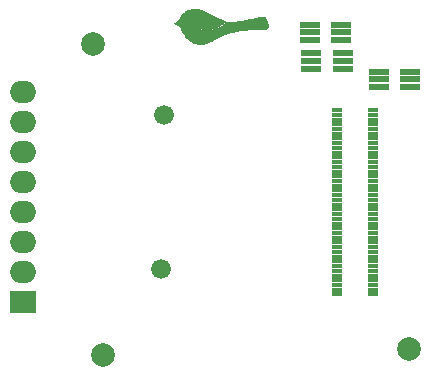
<source format=gts>
G04 #@! TF.FileFunction,Soldermask,Top*
%FSLAX46Y46*%
G04 Gerber Fmt 4.6, Leading zero omitted, Abs format (unit mm)*
G04 Created by KiCad (PCBNEW 4.0.1-stable) date Tuesday, April 12, 2016 'PMt' 11:12:41 PM*
%MOMM*%
G01*
G04 APERTURE LIST*
%ADD10C,0.100000*%
%ADD11C,0.010000*%
%ADD12C,2.000000*%
%ADD13R,0.852400X0.352400*%
%ADD14R,1.653540X0.551180*%
%ADD15R,2.184400X1.879600*%
%ADD16O,2.184400X1.879600*%
%ADD17C,1.676400*%
G04 APERTURE END LIST*
D10*
D11*
G36*
X146141031Y-91623103D02*
X146178866Y-91624878D01*
X146214763Y-91627950D01*
X146250412Y-91632451D01*
X146287499Y-91638512D01*
X146312537Y-91643226D01*
X146349505Y-91650873D01*
X146384770Y-91659056D01*
X146419378Y-91668108D01*
X146454376Y-91678364D01*
X146490809Y-91690156D01*
X146529722Y-91703818D01*
X146572161Y-91719684D01*
X146619173Y-91738088D01*
X146654737Y-91752406D01*
X146701958Y-91771805D01*
X146749898Y-91791943D01*
X146798959Y-91813011D01*
X146849547Y-91835199D01*
X146902066Y-91858695D01*
X146956921Y-91883689D01*
X147014514Y-91910372D01*
X147075251Y-91938932D01*
X147139536Y-91969559D01*
X147207773Y-92002442D01*
X147280365Y-92037772D01*
X147357719Y-92075737D01*
X147440236Y-92116528D01*
X147528323Y-92160333D01*
X147586085Y-92189177D01*
X147667799Y-92229964D01*
X147743732Y-92267698D01*
X147814358Y-92302596D01*
X147880149Y-92334875D01*
X147941577Y-92364752D01*
X147999115Y-92392444D01*
X148053235Y-92418167D01*
X148104409Y-92442138D01*
X148153111Y-92464575D01*
X148199811Y-92485695D01*
X148244982Y-92505714D01*
X148289097Y-92524848D01*
X148332629Y-92543316D01*
X148376049Y-92561334D01*
X148419829Y-92579119D01*
X148464443Y-92596888D01*
X148510363Y-92614857D01*
X148527542Y-92621509D01*
X148551524Y-92630793D01*
X148573788Y-92639455D01*
X148593348Y-92647109D01*
X148609219Y-92653366D01*
X148620414Y-92657840D01*
X148625784Y-92660070D01*
X148635832Y-92664573D01*
X148620698Y-92683849D01*
X148608889Y-92697902D01*
X148592920Y-92715482D01*
X148573921Y-92735449D01*
X148553023Y-92756663D01*
X148531357Y-92777986D01*
X148510055Y-92798277D01*
X148490246Y-92816397D01*
X148481681Y-92823920D01*
X148406102Y-92885039D01*
X148324352Y-92943238D01*
X148236747Y-92998375D01*
X148143601Y-93050306D01*
X148045231Y-93098886D01*
X147941952Y-93143973D01*
X147834079Y-93185422D01*
X147721928Y-93223091D01*
X147605814Y-93256835D01*
X147486054Y-93286510D01*
X147446278Y-93295281D01*
X147387253Y-93307567D01*
X147333414Y-93318013D01*
X147283205Y-93326877D01*
X147235074Y-93334413D01*
X147187469Y-93340877D01*
X147138835Y-93346526D01*
X147128778Y-93347588D01*
X147108732Y-93349185D01*
X147083512Y-93350438D01*
X147054439Y-93351348D01*
X147022833Y-93351913D01*
X146990014Y-93352134D01*
X146957303Y-93352011D01*
X146926020Y-93351543D01*
X146897485Y-93350730D01*
X146873019Y-93349572D01*
X146853941Y-93348069D01*
X146850083Y-93347629D01*
X146779587Y-93336359D01*
X146714668Y-93320777D01*
X146655314Y-93300875D01*
X146601511Y-93276642D01*
X146553246Y-93248071D01*
X146510506Y-93215152D01*
X146473275Y-93177875D01*
X146441542Y-93136233D01*
X146415292Y-93090216D01*
X146395814Y-93043556D01*
X146386564Y-93015336D01*
X146379950Y-92989790D01*
X146375611Y-92964670D01*
X146373189Y-92937726D01*
X146372323Y-92906710D01*
X146372311Y-92896690D01*
X146372506Y-92839783D01*
X146349541Y-92837430D01*
X146326577Y-92835078D01*
X146276819Y-92869010D01*
X146277261Y-92918359D01*
X146281246Y-92976590D01*
X146292027Y-93033341D01*
X146309427Y-93088195D01*
X146333267Y-93140732D01*
X146363369Y-93190536D01*
X146399554Y-93237188D01*
X146424774Y-93264155D01*
X146465410Y-93301000D01*
X146509140Y-93333371D01*
X146556472Y-93361491D01*
X146607911Y-93385584D01*
X146663966Y-93405873D01*
X146725143Y-93422584D01*
X146791948Y-93435938D01*
X146825389Y-93441113D01*
X146846455Y-93443389D01*
X146873303Y-93445185D01*
X146904675Y-93446500D01*
X146939315Y-93447334D01*
X146975966Y-93447688D01*
X147013369Y-93447562D01*
X147050269Y-93446956D01*
X147085407Y-93445870D01*
X147117526Y-93444303D01*
X147145370Y-93442257D01*
X147157000Y-93441088D01*
X147271247Y-93425915D01*
X147386379Y-93406055D01*
X147501524Y-93381770D01*
X147615809Y-93353321D01*
X147728359Y-93320969D01*
X147838303Y-93284975D01*
X147944766Y-93245600D01*
X148046876Y-93203106D01*
X148143760Y-93157754D01*
X148198608Y-93129498D01*
X148281718Y-93082751D01*
X148360658Y-93033631D01*
X148434981Y-92982487D01*
X148504241Y-92929668D01*
X148567993Y-92875522D01*
X148625791Y-92820397D01*
X148677188Y-92764643D01*
X148698880Y-92738480D01*
X148713589Y-92720572D01*
X148724647Y-92708259D01*
X148732321Y-92701267D01*
X148736878Y-92699322D01*
X148737106Y-92699373D01*
X148751682Y-92703012D01*
X148772129Y-92707139D01*
X148797296Y-92711588D01*
X148826029Y-92716193D01*
X148857174Y-92720787D01*
X148889579Y-92725204D01*
X148922091Y-92729276D01*
X148953556Y-92732837D01*
X148982821Y-92735720D01*
X148996736Y-92736893D01*
X149026996Y-92738630D01*
X149060509Y-92739311D01*
X149097721Y-92738909D01*
X149139075Y-92737398D01*
X149185017Y-92734750D01*
X149235991Y-92730938D01*
X149292441Y-92725937D01*
X149354812Y-92719719D01*
X149423548Y-92712256D01*
X149444764Y-92709853D01*
X149542696Y-92698039D01*
X149647110Y-92684253D01*
X149757726Y-92668544D01*
X149874267Y-92650962D01*
X149996454Y-92631559D01*
X150124011Y-92610386D01*
X150256657Y-92587492D01*
X150394117Y-92562928D01*
X150536110Y-92536746D01*
X150682360Y-92508995D01*
X150832588Y-92479727D01*
X150986517Y-92448991D01*
X151143867Y-92416840D01*
X151304361Y-92383322D01*
X151467721Y-92348489D01*
X151633669Y-92312392D01*
X151661972Y-92306166D01*
X151693505Y-92299268D01*
X151723573Y-92292787D01*
X151751326Y-92286899D01*
X151775913Y-92281780D01*
X151796484Y-92277607D01*
X151812186Y-92274556D01*
X151822170Y-92272804D01*
X151824250Y-92272520D01*
X151851629Y-92272603D01*
X151880597Y-92278198D01*
X151909337Y-92288640D01*
X151936032Y-92303263D01*
X151958863Y-92321400D01*
X151959577Y-92322097D01*
X151970334Y-92334458D01*
X151983559Y-92352584D01*
X151998873Y-92375782D01*
X152015898Y-92403362D01*
X152034253Y-92434633D01*
X152053562Y-92468902D01*
X152073444Y-92505479D01*
X152093521Y-92543671D01*
X152113415Y-92582789D01*
X152132747Y-92622139D01*
X152151137Y-92661031D01*
X152168208Y-92698774D01*
X152176938Y-92718888D01*
X152204418Y-92787828D01*
X152226295Y-92852753D01*
X152242564Y-92913631D01*
X152253220Y-92970428D01*
X152258258Y-93023112D01*
X152257674Y-93071650D01*
X152251462Y-93116008D01*
X152240303Y-93154355D01*
X152230721Y-93174617D01*
X152217158Y-93196530D01*
X152201359Y-93217628D01*
X152185072Y-93235441D01*
X152179089Y-93240860D01*
X152163700Y-93252771D01*
X152147081Y-93263287D01*
X152128689Y-93272518D01*
X152107978Y-93280574D01*
X152084406Y-93287565D01*
X152057427Y-93293602D01*
X152026498Y-93298794D01*
X151991074Y-93303252D01*
X151950612Y-93307086D01*
X151904567Y-93310405D01*
X151852396Y-93313321D01*
X151811903Y-93315182D01*
X151792132Y-93315961D01*
X151766304Y-93316876D01*
X151735416Y-93317897D01*
X151700464Y-93318994D01*
X151662446Y-93320137D01*
X151622357Y-93321294D01*
X151581195Y-93322437D01*
X151539956Y-93323534D01*
X151519097Y-93324070D01*
X151413132Y-93326865D01*
X151313623Y-93329728D01*
X151219971Y-93332688D01*
X151131576Y-93335774D01*
X151047840Y-93339016D01*
X150968162Y-93342444D01*
X150891944Y-93346086D01*
X150818587Y-93349972D01*
X150747491Y-93354132D01*
X150678056Y-93358595D01*
X150609683Y-93363390D01*
X150541774Y-93368548D01*
X150473729Y-93374096D01*
X150437833Y-93377168D01*
X150285425Y-93391484D01*
X150138916Y-93407501D01*
X149997314Y-93425426D01*
X149859629Y-93445462D01*
X149724869Y-93467813D01*
X149592042Y-93492686D01*
X149460156Y-93520283D01*
X149328221Y-93550811D01*
X149195244Y-93584473D01*
X149060234Y-93621474D01*
X148922199Y-93662018D01*
X148780149Y-93706311D01*
X148672181Y-93741516D01*
X148615529Y-93760415D01*
X148563101Y-93778181D01*
X148514324Y-93795079D01*
X148468627Y-93811377D01*
X148425437Y-93827340D01*
X148384184Y-93843235D01*
X148344295Y-93859327D01*
X148305199Y-93875884D01*
X148266325Y-93893170D01*
X148227099Y-93911452D01*
X148186952Y-93930997D01*
X148145310Y-93952071D01*
X148101602Y-93974939D01*
X148055257Y-93999869D01*
X148005703Y-94027125D01*
X147952368Y-94056975D01*
X147894680Y-94089684D01*
X147832068Y-94125519D01*
X147767306Y-94162815D01*
X147717113Y-94191743D01*
X147672343Y-94217450D01*
X147632339Y-94240298D01*
X147596445Y-94260648D01*
X147564006Y-94278863D01*
X147534365Y-94295303D01*
X147506866Y-94310330D01*
X147480853Y-94324307D01*
X147455670Y-94337594D01*
X147430662Y-94350554D01*
X147405172Y-94363549D01*
X147382778Y-94374820D01*
X147317461Y-94406741D01*
X147256674Y-94434702D01*
X147199369Y-94459064D01*
X147144501Y-94480188D01*
X147091022Y-94498436D01*
X147037885Y-94514169D01*
X146984043Y-94527748D01*
X146928449Y-94539537D01*
X146880975Y-94548094D01*
X146821699Y-94557475D01*
X146767114Y-94564849D01*
X146715196Y-94570377D01*
X146663926Y-94574223D01*
X146611279Y-94576550D01*
X146555234Y-94577522D01*
X146516708Y-94577509D01*
X146490120Y-94577309D01*
X146465076Y-94577051D01*
X146442670Y-94576751D01*
X146423997Y-94576426D01*
X146410149Y-94576092D01*
X146402223Y-94575767D01*
X146402056Y-94575755D01*
X146311009Y-94566740D01*
X146221200Y-94553096D01*
X146133485Y-94535042D01*
X146048718Y-94512798D01*
X145967756Y-94486583D01*
X145891455Y-94456619D01*
X145833791Y-94429817D01*
X145747957Y-94382919D01*
X145664330Y-94329377D01*
X145582988Y-94269273D01*
X145504006Y-94202690D01*
X145427461Y-94129708D01*
X145353429Y-94050411D01*
X145281985Y-93964879D01*
X145213207Y-93873196D01*
X145147171Y-93775442D01*
X145083952Y-93671701D01*
X145023627Y-93562053D01*
X145019300Y-93553746D01*
X144982293Y-93478734D01*
X144947779Y-93400989D01*
X144915400Y-93319580D01*
X144884798Y-93233574D01*
X144855612Y-93142039D01*
X144839110Y-93085758D01*
X144831543Y-93059169D01*
X144585806Y-92960044D01*
X144546329Y-92944069D01*
X144508813Y-92928791D01*
X144473766Y-92914422D01*
X144441694Y-92901173D01*
X144413102Y-92889257D01*
X144388498Y-92878887D01*
X144368388Y-92870274D01*
X144353278Y-92863630D01*
X144343674Y-92859168D01*
X144340083Y-92857101D01*
X144340069Y-92857055D01*
X144342644Y-92854178D01*
X144350115Y-92846965D01*
X144362098Y-92835762D01*
X144378213Y-92820917D01*
X144398078Y-92802776D01*
X144421310Y-92781686D01*
X144447529Y-92757994D01*
X144476351Y-92732048D01*
X144507395Y-92704193D01*
X144540280Y-92674778D01*
X144565847Y-92651966D01*
X144791625Y-92450741D01*
X144806003Y-92411022D01*
X144834338Y-92340948D01*
X144867586Y-92274045D01*
X144906152Y-92209707D01*
X144950445Y-92147324D01*
X145000870Y-92086287D01*
X145057835Y-92025990D01*
X145074224Y-92009917D01*
X145141538Y-91949739D01*
X145214130Y-91894059D01*
X145291734Y-91843010D01*
X145374086Y-91796722D01*
X145460921Y-91755330D01*
X145551974Y-91718964D01*
X145646979Y-91687758D01*
X145745671Y-91661842D01*
X145791750Y-91651834D01*
X145836147Y-91643197D01*
X145875869Y-91636427D01*
X145912979Y-91631295D01*
X145949540Y-91627572D01*
X145987614Y-91625029D01*
X146029265Y-91623439D01*
X146052806Y-91622916D01*
X146099574Y-91622493D01*
X146141031Y-91623103D01*
X146141031Y-91623103D01*
G37*
X146141031Y-91623103D02*
X146178866Y-91624878D01*
X146214763Y-91627950D01*
X146250412Y-91632451D01*
X146287499Y-91638512D01*
X146312537Y-91643226D01*
X146349505Y-91650873D01*
X146384770Y-91659056D01*
X146419378Y-91668108D01*
X146454376Y-91678364D01*
X146490809Y-91690156D01*
X146529722Y-91703818D01*
X146572161Y-91719684D01*
X146619173Y-91738088D01*
X146654737Y-91752406D01*
X146701958Y-91771805D01*
X146749898Y-91791943D01*
X146798959Y-91813011D01*
X146849547Y-91835199D01*
X146902066Y-91858695D01*
X146956921Y-91883689D01*
X147014514Y-91910372D01*
X147075251Y-91938932D01*
X147139536Y-91969559D01*
X147207773Y-92002442D01*
X147280365Y-92037772D01*
X147357719Y-92075737D01*
X147440236Y-92116528D01*
X147528323Y-92160333D01*
X147586085Y-92189177D01*
X147667799Y-92229964D01*
X147743732Y-92267698D01*
X147814358Y-92302596D01*
X147880149Y-92334875D01*
X147941577Y-92364752D01*
X147999115Y-92392444D01*
X148053235Y-92418167D01*
X148104409Y-92442138D01*
X148153111Y-92464575D01*
X148199811Y-92485695D01*
X148244982Y-92505714D01*
X148289097Y-92524848D01*
X148332629Y-92543316D01*
X148376049Y-92561334D01*
X148419829Y-92579119D01*
X148464443Y-92596888D01*
X148510363Y-92614857D01*
X148527542Y-92621509D01*
X148551524Y-92630793D01*
X148573788Y-92639455D01*
X148593348Y-92647109D01*
X148609219Y-92653366D01*
X148620414Y-92657840D01*
X148625784Y-92660070D01*
X148635832Y-92664573D01*
X148620698Y-92683849D01*
X148608889Y-92697902D01*
X148592920Y-92715482D01*
X148573921Y-92735449D01*
X148553023Y-92756663D01*
X148531357Y-92777986D01*
X148510055Y-92798277D01*
X148490246Y-92816397D01*
X148481681Y-92823920D01*
X148406102Y-92885039D01*
X148324352Y-92943238D01*
X148236747Y-92998375D01*
X148143601Y-93050306D01*
X148045231Y-93098886D01*
X147941952Y-93143973D01*
X147834079Y-93185422D01*
X147721928Y-93223091D01*
X147605814Y-93256835D01*
X147486054Y-93286510D01*
X147446278Y-93295281D01*
X147387253Y-93307567D01*
X147333414Y-93318013D01*
X147283205Y-93326877D01*
X147235074Y-93334413D01*
X147187469Y-93340877D01*
X147138835Y-93346526D01*
X147128778Y-93347588D01*
X147108732Y-93349185D01*
X147083512Y-93350438D01*
X147054439Y-93351348D01*
X147022833Y-93351913D01*
X146990014Y-93352134D01*
X146957303Y-93352011D01*
X146926020Y-93351543D01*
X146897485Y-93350730D01*
X146873019Y-93349572D01*
X146853941Y-93348069D01*
X146850083Y-93347629D01*
X146779587Y-93336359D01*
X146714668Y-93320777D01*
X146655314Y-93300875D01*
X146601511Y-93276642D01*
X146553246Y-93248071D01*
X146510506Y-93215152D01*
X146473275Y-93177875D01*
X146441542Y-93136233D01*
X146415292Y-93090216D01*
X146395814Y-93043556D01*
X146386564Y-93015336D01*
X146379950Y-92989790D01*
X146375611Y-92964670D01*
X146373189Y-92937726D01*
X146372323Y-92906710D01*
X146372311Y-92896690D01*
X146372506Y-92839783D01*
X146349541Y-92837430D01*
X146326577Y-92835078D01*
X146276819Y-92869010D01*
X146277261Y-92918359D01*
X146281246Y-92976590D01*
X146292027Y-93033341D01*
X146309427Y-93088195D01*
X146333267Y-93140732D01*
X146363369Y-93190536D01*
X146399554Y-93237188D01*
X146424774Y-93264155D01*
X146465410Y-93301000D01*
X146509140Y-93333371D01*
X146556472Y-93361491D01*
X146607911Y-93385584D01*
X146663966Y-93405873D01*
X146725143Y-93422584D01*
X146791948Y-93435938D01*
X146825389Y-93441113D01*
X146846455Y-93443389D01*
X146873303Y-93445185D01*
X146904675Y-93446500D01*
X146939315Y-93447334D01*
X146975966Y-93447688D01*
X147013369Y-93447562D01*
X147050269Y-93446956D01*
X147085407Y-93445870D01*
X147117526Y-93444303D01*
X147145370Y-93442257D01*
X147157000Y-93441088D01*
X147271247Y-93425915D01*
X147386379Y-93406055D01*
X147501524Y-93381770D01*
X147615809Y-93353321D01*
X147728359Y-93320969D01*
X147838303Y-93284975D01*
X147944766Y-93245600D01*
X148046876Y-93203106D01*
X148143760Y-93157754D01*
X148198608Y-93129498D01*
X148281718Y-93082751D01*
X148360658Y-93033631D01*
X148434981Y-92982487D01*
X148504241Y-92929668D01*
X148567993Y-92875522D01*
X148625791Y-92820397D01*
X148677188Y-92764643D01*
X148698880Y-92738480D01*
X148713589Y-92720572D01*
X148724647Y-92708259D01*
X148732321Y-92701267D01*
X148736878Y-92699322D01*
X148737106Y-92699373D01*
X148751682Y-92703012D01*
X148772129Y-92707139D01*
X148797296Y-92711588D01*
X148826029Y-92716193D01*
X148857174Y-92720787D01*
X148889579Y-92725204D01*
X148922091Y-92729276D01*
X148953556Y-92732837D01*
X148982821Y-92735720D01*
X148996736Y-92736893D01*
X149026996Y-92738630D01*
X149060509Y-92739311D01*
X149097721Y-92738909D01*
X149139075Y-92737398D01*
X149185017Y-92734750D01*
X149235991Y-92730938D01*
X149292441Y-92725937D01*
X149354812Y-92719719D01*
X149423548Y-92712256D01*
X149444764Y-92709853D01*
X149542696Y-92698039D01*
X149647110Y-92684253D01*
X149757726Y-92668544D01*
X149874267Y-92650962D01*
X149996454Y-92631559D01*
X150124011Y-92610386D01*
X150256657Y-92587492D01*
X150394117Y-92562928D01*
X150536110Y-92536746D01*
X150682360Y-92508995D01*
X150832588Y-92479727D01*
X150986517Y-92448991D01*
X151143867Y-92416840D01*
X151304361Y-92383322D01*
X151467721Y-92348489D01*
X151633669Y-92312392D01*
X151661972Y-92306166D01*
X151693505Y-92299268D01*
X151723573Y-92292787D01*
X151751326Y-92286899D01*
X151775913Y-92281780D01*
X151796484Y-92277607D01*
X151812186Y-92274556D01*
X151822170Y-92272804D01*
X151824250Y-92272520D01*
X151851629Y-92272603D01*
X151880597Y-92278198D01*
X151909337Y-92288640D01*
X151936032Y-92303263D01*
X151958863Y-92321400D01*
X151959577Y-92322097D01*
X151970334Y-92334458D01*
X151983559Y-92352584D01*
X151998873Y-92375782D01*
X152015898Y-92403362D01*
X152034253Y-92434633D01*
X152053562Y-92468902D01*
X152073444Y-92505479D01*
X152093521Y-92543671D01*
X152113415Y-92582789D01*
X152132747Y-92622139D01*
X152151137Y-92661031D01*
X152168208Y-92698774D01*
X152176938Y-92718888D01*
X152204418Y-92787828D01*
X152226295Y-92852753D01*
X152242564Y-92913631D01*
X152253220Y-92970428D01*
X152258258Y-93023112D01*
X152257674Y-93071650D01*
X152251462Y-93116008D01*
X152240303Y-93154355D01*
X152230721Y-93174617D01*
X152217158Y-93196530D01*
X152201359Y-93217628D01*
X152185072Y-93235441D01*
X152179089Y-93240860D01*
X152163700Y-93252771D01*
X152147081Y-93263287D01*
X152128689Y-93272518D01*
X152107978Y-93280574D01*
X152084406Y-93287565D01*
X152057427Y-93293602D01*
X152026498Y-93298794D01*
X151991074Y-93303252D01*
X151950612Y-93307086D01*
X151904567Y-93310405D01*
X151852396Y-93313321D01*
X151811903Y-93315182D01*
X151792132Y-93315961D01*
X151766304Y-93316876D01*
X151735416Y-93317897D01*
X151700464Y-93318994D01*
X151662446Y-93320137D01*
X151622357Y-93321294D01*
X151581195Y-93322437D01*
X151539956Y-93323534D01*
X151519097Y-93324070D01*
X151413132Y-93326865D01*
X151313623Y-93329728D01*
X151219971Y-93332688D01*
X151131576Y-93335774D01*
X151047840Y-93339016D01*
X150968162Y-93342444D01*
X150891944Y-93346086D01*
X150818587Y-93349972D01*
X150747491Y-93354132D01*
X150678056Y-93358595D01*
X150609683Y-93363390D01*
X150541774Y-93368548D01*
X150473729Y-93374096D01*
X150437833Y-93377168D01*
X150285425Y-93391484D01*
X150138916Y-93407501D01*
X149997314Y-93425426D01*
X149859629Y-93445462D01*
X149724869Y-93467813D01*
X149592042Y-93492686D01*
X149460156Y-93520283D01*
X149328221Y-93550811D01*
X149195244Y-93584473D01*
X149060234Y-93621474D01*
X148922199Y-93662018D01*
X148780149Y-93706311D01*
X148672181Y-93741516D01*
X148615529Y-93760415D01*
X148563101Y-93778181D01*
X148514324Y-93795079D01*
X148468627Y-93811377D01*
X148425437Y-93827340D01*
X148384184Y-93843235D01*
X148344295Y-93859327D01*
X148305199Y-93875884D01*
X148266325Y-93893170D01*
X148227099Y-93911452D01*
X148186952Y-93930997D01*
X148145310Y-93952071D01*
X148101602Y-93974939D01*
X148055257Y-93999869D01*
X148005703Y-94027125D01*
X147952368Y-94056975D01*
X147894680Y-94089684D01*
X147832068Y-94125519D01*
X147767306Y-94162815D01*
X147717113Y-94191743D01*
X147672343Y-94217450D01*
X147632339Y-94240298D01*
X147596445Y-94260648D01*
X147564006Y-94278863D01*
X147534365Y-94295303D01*
X147506866Y-94310330D01*
X147480853Y-94324307D01*
X147455670Y-94337594D01*
X147430662Y-94350554D01*
X147405172Y-94363549D01*
X147382778Y-94374820D01*
X147317461Y-94406741D01*
X147256674Y-94434702D01*
X147199369Y-94459064D01*
X147144501Y-94480188D01*
X147091022Y-94498436D01*
X147037885Y-94514169D01*
X146984043Y-94527748D01*
X146928449Y-94539537D01*
X146880975Y-94548094D01*
X146821699Y-94557475D01*
X146767114Y-94564849D01*
X146715196Y-94570377D01*
X146663926Y-94574223D01*
X146611279Y-94576550D01*
X146555234Y-94577522D01*
X146516708Y-94577509D01*
X146490120Y-94577309D01*
X146465076Y-94577051D01*
X146442670Y-94576751D01*
X146423997Y-94576426D01*
X146410149Y-94576092D01*
X146402223Y-94575767D01*
X146402056Y-94575755D01*
X146311009Y-94566740D01*
X146221200Y-94553096D01*
X146133485Y-94535042D01*
X146048718Y-94512798D01*
X145967756Y-94486583D01*
X145891455Y-94456619D01*
X145833791Y-94429817D01*
X145747957Y-94382919D01*
X145664330Y-94329377D01*
X145582988Y-94269273D01*
X145504006Y-94202690D01*
X145427461Y-94129708D01*
X145353429Y-94050411D01*
X145281985Y-93964879D01*
X145213207Y-93873196D01*
X145147171Y-93775442D01*
X145083952Y-93671701D01*
X145023627Y-93562053D01*
X145019300Y-93553746D01*
X144982293Y-93478734D01*
X144947779Y-93400989D01*
X144915400Y-93319580D01*
X144884798Y-93233574D01*
X144855612Y-93142039D01*
X144839110Y-93085758D01*
X144831543Y-93059169D01*
X144585806Y-92960044D01*
X144546329Y-92944069D01*
X144508813Y-92928791D01*
X144473766Y-92914422D01*
X144441694Y-92901173D01*
X144413102Y-92889257D01*
X144388498Y-92878887D01*
X144368388Y-92870274D01*
X144353278Y-92863630D01*
X144343674Y-92859168D01*
X144340083Y-92857101D01*
X144340069Y-92857055D01*
X144342644Y-92854178D01*
X144350115Y-92846965D01*
X144362098Y-92835762D01*
X144378213Y-92820917D01*
X144398078Y-92802776D01*
X144421310Y-92781686D01*
X144447529Y-92757994D01*
X144476351Y-92732048D01*
X144507395Y-92704193D01*
X144540280Y-92674778D01*
X144565847Y-92651966D01*
X144791625Y-92450741D01*
X144806003Y-92411022D01*
X144834338Y-92340948D01*
X144867586Y-92274045D01*
X144906152Y-92209707D01*
X144950445Y-92147324D01*
X145000870Y-92086287D01*
X145057835Y-92025990D01*
X145074224Y-92009917D01*
X145141538Y-91949739D01*
X145214130Y-91894059D01*
X145291734Y-91843010D01*
X145374086Y-91796722D01*
X145460921Y-91755330D01*
X145551974Y-91718964D01*
X145646979Y-91687758D01*
X145745671Y-91661842D01*
X145791750Y-91651834D01*
X145836147Y-91643197D01*
X145875869Y-91636427D01*
X145912979Y-91631295D01*
X145949540Y-91627572D01*
X145987614Y-91625029D01*
X146029265Y-91623439D01*
X146052806Y-91622916D01*
X146099574Y-91622493D01*
X146141031Y-91623103D01*
D12*
X164250000Y-120400000D03*
X137450000Y-94600000D03*
D13*
X161190000Y-100200000D03*
X161190000Y-100600000D03*
X161190000Y-101000000D03*
X161190000Y-101400000D03*
X161190000Y-101800000D03*
X161190000Y-102200000D03*
X161190000Y-102600000D03*
X161190000Y-103000000D03*
X161190000Y-103400000D03*
X161190000Y-103800000D03*
X161190000Y-107800000D03*
X161190000Y-107400000D03*
X161190000Y-107000000D03*
X161190000Y-106600000D03*
X161190000Y-106200000D03*
X161190000Y-105800000D03*
X161190000Y-105400000D03*
X161190000Y-105000000D03*
X161190000Y-104600000D03*
X161190000Y-104200000D03*
X161190000Y-108200000D03*
X161190000Y-108600000D03*
X161190000Y-109000000D03*
X161190000Y-109400000D03*
X161190000Y-109800000D03*
X161190000Y-110200000D03*
X161190000Y-110600000D03*
X161190000Y-111000000D03*
X161190000Y-111400000D03*
X161190000Y-111800000D03*
X161190000Y-115800000D03*
X161190000Y-115400000D03*
X161190000Y-115000000D03*
X161190000Y-114600000D03*
X161190000Y-114200000D03*
X161190000Y-113800000D03*
X161190000Y-113400000D03*
X161190000Y-113000000D03*
X161190000Y-112600000D03*
X161190000Y-112200000D03*
X158110000Y-112200000D03*
X158110000Y-112600000D03*
X158110000Y-113000000D03*
X158110000Y-113400000D03*
X158110000Y-113800000D03*
X158110000Y-114200000D03*
X158110000Y-114600000D03*
X158110000Y-115000000D03*
X158110000Y-115400000D03*
X158110000Y-115800000D03*
X158110000Y-111800000D03*
X158110000Y-111400000D03*
X158110000Y-111000000D03*
X158110000Y-110600000D03*
X158110000Y-110200000D03*
X158110000Y-109800000D03*
X158110000Y-109400000D03*
X158110000Y-109000000D03*
X158110000Y-108600000D03*
X158110000Y-108200000D03*
X158110000Y-104200000D03*
X158110000Y-104600000D03*
X158110000Y-105000000D03*
X158110000Y-105400000D03*
X158110000Y-105800000D03*
X158110000Y-106200000D03*
X158110000Y-106600000D03*
X158110000Y-107000000D03*
X158110000Y-107400000D03*
X158110000Y-107800000D03*
X158110000Y-103800000D03*
X158110000Y-103400000D03*
X158110000Y-103000000D03*
X158110000Y-102600000D03*
X158110000Y-102200000D03*
X158110000Y-101800000D03*
X158110000Y-101400000D03*
X158110000Y-101000000D03*
X158110000Y-100600000D03*
X158110000Y-100200000D03*
D14*
X158461920Y-94250000D03*
X158461920Y-93599760D03*
X158461920Y-92949520D03*
X155800000Y-92949520D03*
X155800000Y-93599760D03*
X155800000Y-94250000D03*
X164300000Y-98250000D03*
X164300000Y-97599760D03*
X164300000Y-96949520D03*
X161638080Y-96949520D03*
X161638080Y-97599760D03*
X161638080Y-98250000D03*
X158611920Y-96700000D03*
X158611920Y-96049760D03*
X158611920Y-95399520D03*
X155950000Y-95399520D03*
X155950000Y-96049760D03*
X155950000Y-96700000D03*
D15*
X131550000Y-116430000D03*
D16*
X131550000Y-113890000D03*
X131550000Y-111350000D03*
X131550000Y-108810000D03*
X131550000Y-106270000D03*
X131550000Y-103730000D03*
X131550000Y-101190000D03*
X131550000Y-98650000D03*
D17*
X143450000Y-100600000D03*
X143250000Y-113650000D03*
D12*
X138300000Y-120950000D03*
M02*

</source>
